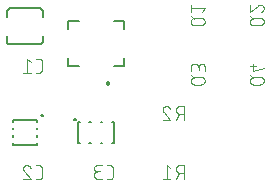
<source format=gbo>
G04 EAGLE Gerber RS-274X export*
G75*
%MOMM*%
%FSLAX34Y34*%
%LPD*%
%INBottom Silkscreen*%
%IPPOS*%
%AMOC8*
5,1,8,0,0,1.08239X$1,22.5*%
G01*
%ADD10C,0.101600*%
%ADD11C,0.127000*%
%ADD12C,0.150000*%
%ADD13C,0.200000*%


D10*
X209299Y40508D02*
X211896Y40508D01*
X211995Y40510D01*
X212095Y40516D01*
X212194Y40525D01*
X212292Y40538D01*
X212390Y40555D01*
X212488Y40576D01*
X212584Y40601D01*
X212679Y40629D01*
X212773Y40661D01*
X212866Y40696D01*
X212958Y40735D01*
X213048Y40778D01*
X213136Y40823D01*
X213223Y40873D01*
X213307Y40925D01*
X213390Y40981D01*
X213470Y41039D01*
X213548Y41101D01*
X213623Y41166D01*
X213696Y41234D01*
X213766Y41304D01*
X213834Y41377D01*
X213899Y41452D01*
X213961Y41530D01*
X214019Y41610D01*
X214075Y41693D01*
X214127Y41777D01*
X214177Y41864D01*
X214222Y41952D01*
X214265Y42042D01*
X214304Y42134D01*
X214339Y42227D01*
X214371Y42321D01*
X214399Y42416D01*
X214424Y42512D01*
X214445Y42610D01*
X214462Y42708D01*
X214475Y42806D01*
X214484Y42905D01*
X214490Y43005D01*
X214492Y43104D01*
X214492Y49596D01*
X214490Y49695D01*
X214484Y49795D01*
X214475Y49894D01*
X214462Y49992D01*
X214445Y50090D01*
X214424Y50188D01*
X214399Y50284D01*
X214371Y50379D01*
X214339Y50473D01*
X214304Y50566D01*
X214265Y50658D01*
X214222Y50748D01*
X214177Y50836D01*
X214127Y50923D01*
X214075Y51007D01*
X214019Y51090D01*
X213961Y51170D01*
X213899Y51248D01*
X213834Y51323D01*
X213766Y51396D01*
X213696Y51466D01*
X213623Y51534D01*
X213548Y51599D01*
X213470Y51661D01*
X213390Y51719D01*
X213307Y51775D01*
X213223Y51827D01*
X213136Y51877D01*
X213048Y51922D01*
X212958Y51965D01*
X212866Y52004D01*
X212773Y52039D01*
X212679Y52071D01*
X212584Y52099D01*
X212488Y52124D01*
X212390Y52145D01*
X212292Y52162D01*
X212194Y52175D01*
X212095Y52184D01*
X211995Y52190D01*
X211896Y52192D01*
X209299Y52192D01*
X204934Y40508D02*
X201688Y40508D01*
X201575Y40510D01*
X201462Y40516D01*
X201349Y40526D01*
X201236Y40540D01*
X201124Y40557D01*
X201013Y40579D01*
X200903Y40604D01*
X200793Y40634D01*
X200685Y40667D01*
X200578Y40704D01*
X200472Y40744D01*
X200368Y40789D01*
X200265Y40837D01*
X200164Y40888D01*
X200065Y40943D01*
X199968Y41001D01*
X199873Y41063D01*
X199780Y41128D01*
X199690Y41196D01*
X199602Y41267D01*
X199516Y41342D01*
X199433Y41419D01*
X199353Y41499D01*
X199276Y41582D01*
X199201Y41668D01*
X199130Y41756D01*
X199062Y41846D01*
X198997Y41939D01*
X198935Y42034D01*
X198877Y42131D01*
X198822Y42230D01*
X198771Y42331D01*
X198723Y42434D01*
X198678Y42538D01*
X198638Y42644D01*
X198601Y42751D01*
X198568Y42859D01*
X198538Y42969D01*
X198513Y43079D01*
X198491Y43190D01*
X198474Y43302D01*
X198460Y43415D01*
X198450Y43528D01*
X198444Y43641D01*
X198442Y43754D01*
X198444Y43867D01*
X198450Y43980D01*
X198460Y44093D01*
X198474Y44206D01*
X198491Y44318D01*
X198513Y44429D01*
X198538Y44539D01*
X198568Y44649D01*
X198601Y44757D01*
X198638Y44864D01*
X198678Y44970D01*
X198723Y45074D01*
X198771Y45177D01*
X198822Y45278D01*
X198877Y45377D01*
X198935Y45474D01*
X198997Y45569D01*
X199062Y45662D01*
X199130Y45752D01*
X199201Y45840D01*
X199276Y45926D01*
X199353Y46009D01*
X199433Y46089D01*
X199516Y46166D01*
X199602Y46241D01*
X199690Y46312D01*
X199780Y46380D01*
X199873Y46445D01*
X199968Y46507D01*
X200065Y46565D01*
X200164Y46620D01*
X200265Y46671D01*
X200368Y46719D01*
X200472Y46764D01*
X200578Y46804D01*
X200685Y46841D01*
X200793Y46874D01*
X200903Y46904D01*
X201013Y46929D01*
X201124Y46951D01*
X201236Y46968D01*
X201349Y46982D01*
X201462Y46992D01*
X201575Y46998D01*
X201688Y47000D01*
X201039Y52192D02*
X204934Y52192D01*
X201039Y52192D02*
X200938Y52190D01*
X200838Y52184D01*
X200738Y52174D01*
X200638Y52161D01*
X200539Y52143D01*
X200440Y52122D01*
X200343Y52097D01*
X200246Y52068D01*
X200151Y52035D01*
X200057Y51999D01*
X199965Y51959D01*
X199874Y51916D01*
X199785Y51869D01*
X199698Y51819D01*
X199612Y51765D01*
X199529Y51708D01*
X199449Y51648D01*
X199370Y51585D01*
X199294Y51518D01*
X199221Y51449D01*
X199151Y51377D01*
X199083Y51303D01*
X199018Y51226D01*
X198957Y51146D01*
X198898Y51064D01*
X198843Y50980D01*
X198791Y50894D01*
X198742Y50806D01*
X198697Y50716D01*
X198655Y50624D01*
X198617Y50531D01*
X198583Y50436D01*
X198552Y50341D01*
X198525Y50244D01*
X198502Y50146D01*
X198482Y50047D01*
X198467Y49947D01*
X198455Y49847D01*
X198447Y49747D01*
X198443Y49646D01*
X198443Y49546D01*
X198447Y49445D01*
X198455Y49345D01*
X198467Y49245D01*
X198482Y49145D01*
X198502Y49046D01*
X198525Y48948D01*
X198552Y48851D01*
X198583Y48756D01*
X198617Y48661D01*
X198655Y48568D01*
X198697Y48476D01*
X198742Y48386D01*
X198791Y48298D01*
X198843Y48212D01*
X198898Y48128D01*
X198957Y48046D01*
X199018Y47966D01*
X199083Y47889D01*
X199151Y47815D01*
X199221Y47743D01*
X199294Y47674D01*
X199370Y47607D01*
X199449Y47544D01*
X199529Y47484D01*
X199612Y47427D01*
X199698Y47373D01*
X199785Y47323D01*
X199874Y47276D01*
X199965Y47233D01*
X200057Y47193D01*
X200151Y47157D01*
X200246Y47124D01*
X200343Y47095D01*
X200440Y47070D01*
X200539Y47049D01*
X200638Y47031D01*
X200738Y47018D01*
X200838Y47008D01*
X200938Y47002D01*
X201039Y47000D01*
X201039Y46999D02*
X203636Y46999D01*
X283754Y170508D02*
X288946Y170508D01*
X289059Y170510D01*
X289172Y170516D01*
X289285Y170526D01*
X289398Y170540D01*
X289510Y170557D01*
X289621Y170579D01*
X289731Y170604D01*
X289841Y170634D01*
X289949Y170667D01*
X290056Y170704D01*
X290162Y170744D01*
X290266Y170789D01*
X290369Y170837D01*
X290470Y170888D01*
X290569Y170943D01*
X290666Y171001D01*
X290761Y171063D01*
X290854Y171128D01*
X290944Y171196D01*
X291032Y171267D01*
X291118Y171342D01*
X291201Y171419D01*
X291281Y171499D01*
X291358Y171582D01*
X291433Y171668D01*
X291504Y171756D01*
X291572Y171846D01*
X291637Y171939D01*
X291699Y172034D01*
X291757Y172131D01*
X291812Y172230D01*
X291863Y172331D01*
X291911Y172434D01*
X291956Y172538D01*
X291996Y172644D01*
X292033Y172751D01*
X292066Y172859D01*
X292096Y172969D01*
X292121Y173079D01*
X292143Y173190D01*
X292160Y173302D01*
X292174Y173415D01*
X292184Y173528D01*
X292190Y173641D01*
X292192Y173754D01*
X292190Y173867D01*
X292184Y173980D01*
X292174Y174093D01*
X292160Y174206D01*
X292143Y174318D01*
X292121Y174429D01*
X292096Y174539D01*
X292066Y174649D01*
X292033Y174757D01*
X291996Y174864D01*
X291956Y174970D01*
X291911Y175074D01*
X291863Y175177D01*
X291812Y175278D01*
X291757Y175377D01*
X291699Y175474D01*
X291637Y175569D01*
X291572Y175662D01*
X291504Y175752D01*
X291433Y175840D01*
X291358Y175926D01*
X291281Y176009D01*
X291201Y176089D01*
X291118Y176166D01*
X291032Y176241D01*
X290944Y176312D01*
X290854Y176380D01*
X290761Y176445D01*
X290666Y176507D01*
X290569Y176565D01*
X290470Y176620D01*
X290369Y176671D01*
X290266Y176719D01*
X290162Y176764D01*
X290056Y176804D01*
X289949Y176841D01*
X289841Y176874D01*
X289731Y176904D01*
X289621Y176929D01*
X289510Y176951D01*
X289398Y176968D01*
X289285Y176982D01*
X289172Y176992D01*
X289059Y176998D01*
X288946Y177000D01*
X288946Y176999D02*
X283754Y176999D01*
X283754Y177000D02*
X283641Y176998D01*
X283528Y176992D01*
X283415Y176982D01*
X283302Y176968D01*
X283190Y176951D01*
X283079Y176929D01*
X282969Y176904D01*
X282859Y176874D01*
X282751Y176841D01*
X282644Y176804D01*
X282538Y176764D01*
X282434Y176719D01*
X282331Y176671D01*
X282230Y176620D01*
X282131Y176565D01*
X282034Y176507D01*
X281939Y176445D01*
X281846Y176380D01*
X281756Y176312D01*
X281668Y176241D01*
X281582Y176166D01*
X281499Y176089D01*
X281419Y176009D01*
X281342Y175926D01*
X281267Y175840D01*
X281196Y175752D01*
X281128Y175662D01*
X281063Y175569D01*
X281001Y175474D01*
X280943Y175377D01*
X280888Y175278D01*
X280837Y175177D01*
X280789Y175074D01*
X280744Y174970D01*
X280704Y174864D01*
X280667Y174757D01*
X280634Y174649D01*
X280604Y174539D01*
X280579Y174429D01*
X280557Y174318D01*
X280540Y174206D01*
X280526Y174093D01*
X280516Y173980D01*
X280510Y173867D01*
X280508Y173754D01*
X280510Y173641D01*
X280516Y173528D01*
X280526Y173415D01*
X280540Y173302D01*
X280557Y173190D01*
X280579Y173079D01*
X280604Y172969D01*
X280634Y172859D01*
X280667Y172751D01*
X280704Y172644D01*
X280744Y172538D01*
X280789Y172434D01*
X280837Y172331D01*
X280888Y172230D01*
X280943Y172131D01*
X281001Y172034D01*
X281063Y171939D01*
X281128Y171846D01*
X281196Y171756D01*
X281267Y171668D01*
X281342Y171582D01*
X281419Y171499D01*
X281499Y171419D01*
X281582Y171342D01*
X281668Y171267D01*
X281756Y171196D01*
X281846Y171128D01*
X281939Y171063D01*
X282034Y171001D01*
X282131Y170943D01*
X282230Y170888D01*
X282331Y170837D01*
X282434Y170789D01*
X282538Y170744D01*
X282644Y170704D01*
X282751Y170667D01*
X282859Y170634D01*
X282969Y170604D01*
X283079Y170579D01*
X283190Y170557D01*
X283302Y170540D01*
X283415Y170526D01*
X283528Y170516D01*
X283641Y170510D01*
X283754Y170508D01*
X283104Y175701D02*
X280508Y178297D01*
X289596Y181652D02*
X292192Y184897D01*
X280508Y184897D01*
X280508Y181652D02*
X280508Y188143D01*
X333754Y170508D02*
X338946Y170508D01*
X339059Y170510D01*
X339172Y170516D01*
X339285Y170526D01*
X339398Y170540D01*
X339510Y170557D01*
X339621Y170579D01*
X339731Y170604D01*
X339841Y170634D01*
X339949Y170667D01*
X340056Y170704D01*
X340162Y170744D01*
X340266Y170789D01*
X340369Y170837D01*
X340470Y170888D01*
X340569Y170943D01*
X340666Y171001D01*
X340761Y171063D01*
X340854Y171128D01*
X340944Y171196D01*
X341032Y171267D01*
X341118Y171342D01*
X341201Y171419D01*
X341281Y171499D01*
X341358Y171582D01*
X341433Y171668D01*
X341504Y171756D01*
X341572Y171846D01*
X341637Y171939D01*
X341699Y172034D01*
X341757Y172131D01*
X341812Y172230D01*
X341863Y172331D01*
X341911Y172434D01*
X341956Y172538D01*
X341996Y172644D01*
X342033Y172751D01*
X342066Y172859D01*
X342096Y172969D01*
X342121Y173079D01*
X342143Y173190D01*
X342160Y173302D01*
X342174Y173415D01*
X342184Y173528D01*
X342190Y173641D01*
X342192Y173754D01*
X342190Y173867D01*
X342184Y173980D01*
X342174Y174093D01*
X342160Y174206D01*
X342143Y174318D01*
X342121Y174429D01*
X342096Y174539D01*
X342066Y174649D01*
X342033Y174757D01*
X341996Y174864D01*
X341956Y174970D01*
X341911Y175074D01*
X341863Y175177D01*
X341812Y175278D01*
X341757Y175377D01*
X341699Y175474D01*
X341637Y175569D01*
X341572Y175662D01*
X341504Y175752D01*
X341433Y175840D01*
X341358Y175926D01*
X341281Y176009D01*
X341201Y176089D01*
X341118Y176166D01*
X341032Y176241D01*
X340944Y176312D01*
X340854Y176380D01*
X340761Y176445D01*
X340666Y176507D01*
X340569Y176565D01*
X340470Y176620D01*
X340369Y176671D01*
X340266Y176719D01*
X340162Y176764D01*
X340056Y176804D01*
X339949Y176841D01*
X339841Y176874D01*
X339731Y176904D01*
X339621Y176929D01*
X339510Y176951D01*
X339398Y176968D01*
X339285Y176982D01*
X339172Y176992D01*
X339059Y176998D01*
X338946Y177000D01*
X338946Y176999D02*
X333754Y176999D01*
X333754Y177000D02*
X333641Y176998D01*
X333528Y176992D01*
X333415Y176982D01*
X333302Y176968D01*
X333190Y176951D01*
X333079Y176929D01*
X332969Y176904D01*
X332859Y176874D01*
X332751Y176841D01*
X332644Y176804D01*
X332538Y176764D01*
X332434Y176719D01*
X332331Y176671D01*
X332230Y176620D01*
X332131Y176565D01*
X332034Y176507D01*
X331939Y176445D01*
X331846Y176380D01*
X331756Y176312D01*
X331668Y176241D01*
X331582Y176166D01*
X331499Y176089D01*
X331419Y176009D01*
X331342Y175926D01*
X331267Y175840D01*
X331196Y175752D01*
X331128Y175662D01*
X331063Y175569D01*
X331001Y175474D01*
X330943Y175377D01*
X330888Y175278D01*
X330837Y175177D01*
X330789Y175074D01*
X330744Y174970D01*
X330704Y174864D01*
X330667Y174757D01*
X330634Y174649D01*
X330604Y174539D01*
X330579Y174429D01*
X330557Y174318D01*
X330540Y174206D01*
X330526Y174093D01*
X330516Y173980D01*
X330510Y173867D01*
X330508Y173754D01*
X330510Y173641D01*
X330516Y173528D01*
X330526Y173415D01*
X330540Y173302D01*
X330557Y173190D01*
X330579Y173079D01*
X330604Y172969D01*
X330634Y172859D01*
X330667Y172751D01*
X330704Y172644D01*
X330744Y172538D01*
X330789Y172434D01*
X330837Y172331D01*
X330888Y172230D01*
X330943Y172131D01*
X331001Y172034D01*
X331063Y171939D01*
X331128Y171846D01*
X331196Y171756D01*
X331267Y171668D01*
X331342Y171582D01*
X331419Y171499D01*
X331499Y171419D01*
X331582Y171342D01*
X331668Y171267D01*
X331756Y171196D01*
X331846Y171128D01*
X331939Y171063D01*
X332034Y171001D01*
X332131Y170943D01*
X332230Y170888D01*
X332331Y170837D01*
X332434Y170789D01*
X332538Y170744D01*
X332644Y170704D01*
X332751Y170667D01*
X332859Y170634D01*
X332969Y170604D01*
X333079Y170579D01*
X333190Y170557D01*
X333302Y170540D01*
X333415Y170526D01*
X333528Y170516D01*
X333641Y170510D01*
X333754Y170508D01*
X333104Y175701D02*
X330508Y178297D01*
X339271Y188143D02*
X339378Y188141D01*
X339484Y188135D01*
X339590Y188125D01*
X339696Y188112D01*
X339802Y188094D01*
X339906Y188073D01*
X340010Y188048D01*
X340113Y188019D01*
X340214Y187987D01*
X340314Y187950D01*
X340413Y187910D01*
X340511Y187867D01*
X340607Y187820D01*
X340701Y187769D01*
X340793Y187715D01*
X340883Y187658D01*
X340971Y187598D01*
X341056Y187534D01*
X341139Y187467D01*
X341220Y187397D01*
X341298Y187325D01*
X341374Y187249D01*
X341446Y187171D01*
X341516Y187090D01*
X341583Y187007D01*
X341647Y186922D01*
X341707Y186834D01*
X341764Y186744D01*
X341818Y186652D01*
X341869Y186558D01*
X341916Y186462D01*
X341959Y186364D01*
X341999Y186265D01*
X342036Y186165D01*
X342068Y186064D01*
X342097Y185961D01*
X342122Y185857D01*
X342143Y185753D01*
X342161Y185647D01*
X342174Y185541D01*
X342184Y185435D01*
X342190Y185329D01*
X342192Y185222D01*
X342190Y185101D01*
X342184Y184980D01*
X342174Y184860D01*
X342161Y184739D01*
X342143Y184620D01*
X342122Y184500D01*
X342097Y184382D01*
X342068Y184265D01*
X342035Y184148D01*
X341999Y184033D01*
X341958Y183919D01*
X341915Y183806D01*
X341867Y183694D01*
X341816Y183585D01*
X341761Y183477D01*
X341703Y183370D01*
X341642Y183266D01*
X341577Y183164D01*
X341509Y183064D01*
X341438Y182966D01*
X341364Y182870D01*
X341287Y182777D01*
X341206Y182687D01*
X341123Y182599D01*
X341037Y182514D01*
X340948Y182431D01*
X340857Y182352D01*
X340763Y182275D01*
X340667Y182202D01*
X340569Y182132D01*
X340468Y182065D01*
X340365Y182001D01*
X340260Y181941D01*
X340153Y181884D01*
X340045Y181830D01*
X339935Y181780D01*
X339823Y181734D01*
X339710Y181691D01*
X339595Y181652D01*
X336999Y187169D02*
X337076Y187248D01*
X337157Y187324D01*
X337240Y187397D01*
X337325Y187467D01*
X337413Y187534D01*
X337503Y187598D01*
X337595Y187658D01*
X337690Y187715D01*
X337786Y187769D01*
X337884Y187820D01*
X337984Y187867D01*
X338086Y187911D01*
X338189Y187951D01*
X338293Y187987D01*
X338399Y188019D01*
X338505Y188048D01*
X338613Y188073D01*
X338721Y188095D01*
X338831Y188112D01*
X338940Y188126D01*
X339050Y188135D01*
X339161Y188141D01*
X339271Y188143D01*
X336999Y187169D02*
X330508Y181652D01*
X330508Y188143D01*
X333754Y120508D02*
X338946Y120508D01*
X339059Y120510D01*
X339172Y120516D01*
X339285Y120526D01*
X339398Y120540D01*
X339510Y120557D01*
X339621Y120579D01*
X339731Y120604D01*
X339841Y120634D01*
X339949Y120667D01*
X340056Y120704D01*
X340162Y120744D01*
X340266Y120789D01*
X340369Y120837D01*
X340470Y120888D01*
X340569Y120943D01*
X340666Y121001D01*
X340761Y121063D01*
X340854Y121128D01*
X340944Y121196D01*
X341032Y121267D01*
X341118Y121342D01*
X341201Y121419D01*
X341281Y121499D01*
X341358Y121582D01*
X341433Y121668D01*
X341504Y121756D01*
X341572Y121846D01*
X341637Y121939D01*
X341699Y122034D01*
X341757Y122131D01*
X341812Y122230D01*
X341863Y122331D01*
X341911Y122434D01*
X341956Y122538D01*
X341996Y122644D01*
X342033Y122751D01*
X342066Y122859D01*
X342096Y122969D01*
X342121Y123079D01*
X342143Y123190D01*
X342160Y123302D01*
X342174Y123415D01*
X342184Y123528D01*
X342190Y123641D01*
X342192Y123754D01*
X342190Y123867D01*
X342184Y123980D01*
X342174Y124093D01*
X342160Y124206D01*
X342143Y124318D01*
X342121Y124429D01*
X342096Y124539D01*
X342066Y124649D01*
X342033Y124757D01*
X341996Y124864D01*
X341956Y124970D01*
X341911Y125074D01*
X341863Y125177D01*
X341812Y125278D01*
X341757Y125377D01*
X341699Y125474D01*
X341637Y125569D01*
X341572Y125662D01*
X341504Y125752D01*
X341433Y125840D01*
X341358Y125926D01*
X341281Y126009D01*
X341201Y126089D01*
X341118Y126166D01*
X341032Y126241D01*
X340944Y126312D01*
X340854Y126380D01*
X340761Y126445D01*
X340666Y126507D01*
X340569Y126565D01*
X340470Y126620D01*
X340369Y126671D01*
X340266Y126719D01*
X340162Y126764D01*
X340056Y126804D01*
X339949Y126841D01*
X339841Y126874D01*
X339731Y126904D01*
X339621Y126929D01*
X339510Y126951D01*
X339398Y126968D01*
X339285Y126982D01*
X339172Y126992D01*
X339059Y126998D01*
X338946Y127000D01*
X338946Y126999D02*
X333754Y126999D01*
X333754Y127000D02*
X333641Y126998D01*
X333528Y126992D01*
X333415Y126982D01*
X333302Y126968D01*
X333190Y126951D01*
X333079Y126929D01*
X332969Y126904D01*
X332859Y126874D01*
X332751Y126841D01*
X332644Y126804D01*
X332538Y126764D01*
X332434Y126719D01*
X332331Y126671D01*
X332230Y126620D01*
X332131Y126565D01*
X332034Y126507D01*
X331939Y126445D01*
X331846Y126380D01*
X331756Y126312D01*
X331668Y126241D01*
X331582Y126166D01*
X331499Y126089D01*
X331419Y126009D01*
X331342Y125926D01*
X331267Y125840D01*
X331196Y125752D01*
X331128Y125662D01*
X331063Y125569D01*
X331001Y125474D01*
X330943Y125377D01*
X330888Y125278D01*
X330837Y125177D01*
X330789Y125074D01*
X330744Y124970D01*
X330704Y124864D01*
X330667Y124757D01*
X330634Y124649D01*
X330604Y124539D01*
X330579Y124429D01*
X330557Y124318D01*
X330540Y124206D01*
X330526Y124093D01*
X330516Y123980D01*
X330510Y123867D01*
X330508Y123754D01*
X330510Y123641D01*
X330516Y123528D01*
X330526Y123415D01*
X330540Y123302D01*
X330557Y123190D01*
X330579Y123079D01*
X330604Y122969D01*
X330634Y122859D01*
X330667Y122751D01*
X330704Y122644D01*
X330744Y122538D01*
X330789Y122434D01*
X330837Y122331D01*
X330888Y122230D01*
X330943Y122131D01*
X331001Y122034D01*
X331063Y121939D01*
X331128Y121846D01*
X331196Y121756D01*
X331267Y121668D01*
X331342Y121582D01*
X331419Y121499D01*
X331499Y121419D01*
X331582Y121342D01*
X331668Y121267D01*
X331756Y121196D01*
X331846Y121128D01*
X331939Y121063D01*
X332034Y121001D01*
X332131Y120943D01*
X332230Y120888D01*
X332331Y120837D01*
X332434Y120789D01*
X332538Y120744D01*
X332644Y120704D01*
X332751Y120667D01*
X332859Y120634D01*
X332969Y120604D01*
X333079Y120579D01*
X333190Y120557D01*
X333302Y120540D01*
X333415Y120526D01*
X333528Y120516D01*
X333641Y120510D01*
X333754Y120508D01*
X333104Y125701D02*
X330508Y128297D01*
X333104Y131652D02*
X342192Y134248D01*
X333104Y131652D02*
X333104Y138143D01*
X335701Y136196D02*
X330508Y136196D01*
X288946Y120508D02*
X283754Y120508D01*
X288946Y120508D02*
X289059Y120510D01*
X289172Y120516D01*
X289285Y120526D01*
X289398Y120540D01*
X289510Y120557D01*
X289621Y120579D01*
X289731Y120604D01*
X289841Y120634D01*
X289949Y120667D01*
X290056Y120704D01*
X290162Y120744D01*
X290266Y120789D01*
X290369Y120837D01*
X290470Y120888D01*
X290569Y120943D01*
X290666Y121001D01*
X290761Y121063D01*
X290854Y121128D01*
X290944Y121196D01*
X291032Y121267D01*
X291118Y121342D01*
X291201Y121419D01*
X291281Y121499D01*
X291358Y121582D01*
X291433Y121668D01*
X291504Y121756D01*
X291572Y121846D01*
X291637Y121939D01*
X291699Y122034D01*
X291757Y122131D01*
X291812Y122230D01*
X291863Y122331D01*
X291911Y122434D01*
X291956Y122538D01*
X291996Y122644D01*
X292033Y122751D01*
X292066Y122859D01*
X292096Y122969D01*
X292121Y123079D01*
X292143Y123190D01*
X292160Y123302D01*
X292174Y123415D01*
X292184Y123528D01*
X292190Y123641D01*
X292192Y123754D01*
X292190Y123867D01*
X292184Y123980D01*
X292174Y124093D01*
X292160Y124206D01*
X292143Y124318D01*
X292121Y124429D01*
X292096Y124539D01*
X292066Y124649D01*
X292033Y124757D01*
X291996Y124864D01*
X291956Y124970D01*
X291911Y125074D01*
X291863Y125177D01*
X291812Y125278D01*
X291757Y125377D01*
X291699Y125474D01*
X291637Y125569D01*
X291572Y125662D01*
X291504Y125752D01*
X291433Y125840D01*
X291358Y125926D01*
X291281Y126009D01*
X291201Y126089D01*
X291118Y126166D01*
X291032Y126241D01*
X290944Y126312D01*
X290854Y126380D01*
X290761Y126445D01*
X290666Y126507D01*
X290569Y126565D01*
X290470Y126620D01*
X290369Y126671D01*
X290266Y126719D01*
X290162Y126764D01*
X290056Y126804D01*
X289949Y126841D01*
X289841Y126874D01*
X289731Y126904D01*
X289621Y126929D01*
X289510Y126951D01*
X289398Y126968D01*
X289285Y126982D01*
X289172Y126992D01*
X289059Y126998D01*
X288946Y127000D01*
X288946Y126999D02*
X283754Y126999D01*
X283754Y127000D02*
X283641Y126998D01*
X283528Y126992D01*
X283415Y126982D01*
X283302Y126968D01*
X283190Y126951D01*
X283079Y126929D01*
X282969Y126904D01*
X282859Y126874D01*
X282751Y126841D01*
X282644Y126804D01*
X282538Y126764D01*
X282434Y126719D01*
X282331Y126671D01*
X282230Y126620D01*
X282131Y126565D01*
X282034Y126507D01*
X281939Y126445D01*
X281846Y126380D01*
X281756Y126312D01*
X281668Y126241D01*
X281582Y126166D01*
X281499Y126089D01*
X281419Y126009D01*
X281342Y125926D01*
X281267Y125840D01*
X281196Y125752D01*
X281128Y125662D01*
X281063Y125569D01*
X281001Y125474D01*
X280943Y125377D01*
X280888Y125278D01*
X280837Y125177D01*
X280789Y125074D01*
X280744Y124970D01*
X280704Y124864D01*
X280667Y124757D01*
X280634Y124649D01*
X280604Y124539D01*
X280579Y124429D01*
X280557Y124318D01*
X280540Y124206D01*
X280526Y124093D01*
X280516Y123980D01*
X280510Y123867D01*
X280508Y123754D01*
X280510Y123641D01*
X280516Y123528D01*
X280526Y123415D01*
X280540Y123302D01*
X280557Y123190D01*
X280579Y123079D01*
X280604Y122969D01*
X280634Y122859D01*
X280667Y122751D01*
X280704Y122644D01*
X280744Y122538D01*
X280789Y122434D01*
X280837Y122331D01*
X280888Y122230D01*
X280943Y122131D01*
X281001Y122034D01*
X281063Y121939D01*
X281128Y121846D01*
X281196Y121756D01*
X281267Y121668D01*
X281342Y121582D01*
X281419Y121499D01*
X281499Y121419D01*
X281582Y121342D01*
X281668Y121267D01*
X281756Y121196D01*
X281846Y121128D01*
X281939Y121063D01*
X282034Y121001D01*
X282131Y120943D01*
X282230Y120888D01*
X282331Y120837D01*
X282434Y120789D01*
X282538Y120744D01*
X282644Y120704D01*
X282751Y120667D01*
X282859Y120634D01*
X282969Y120604D01*
X283079Y120579D01*
X283190Y120557D01*
X283302Y120540D01*
X283415Y120526D01*
X283528Y120516D01*
X283641Y120510D01*
X283754Y120508D01*
X283104Y125701D02*
X280508Y128297D01*
X280508Y131652D02*
X280508Y134897D01*
X280510Y135010D01*
X280516Y135123D01*
X280526Y135236D01*
X280540Y135349D01*
X280557Y135461D01*
X280579Y135572D01*
X280604Y135682D01*
X280634Y135792D01*
X280667Y135900D01*
X280704Y136007D01*
X280744Y136113D01*
X280789Y136217D01*
X280837Y136320D01*
X280888Y136421D01*
X280943Y136520D01*
X281001Y136617D01*
X281063Y136712D01*
X281128Y136805D01*
X281196Y136895D01*
X281267Y136983D01*
X281342Y137069D01*
X281419Y137152D01*
X281499Y137232D01*
X281582Y137309D01*
X281668Y137384D01*
X281756Y137455D01*
X281846Y137523D01*
X281939Y137588D01*
X282034Y137650D01*
X282131Y137708D01*
X282230Y137763D01*
X282331Y137814D01*
X282434Y137862D01*
X282538Y137907D01*
X282644Y137947D01*
X282751Y137984D01*
X282859Y138017D01*
X282969Y138047D01*
X283079Y138072D01*
X283190Y138094D01*
X283302Y138111D01*
X283415Y138125D01*
X283528Y138135D01*
X283641Y138141D01*
X283754Y138143D01*
X283867Y138141D01*
X283980Y138135D01*
X284093Y138125D01*
X284206Y138111D01*
X284318Y138094D01*
X284429Y138072D01*
X284539Y138047D01*
X284649Y138017D01*
X284757Y137984D01*
X284864Y137947D01*
X284970Y137907D01*
X285074Y137862D01*
X285177Y137814D01*
X285278Y137763D01*
X285377Y137708D01*
X285474Y137650D01*
X285569Y137588D01*
X285662Y137523D01*
X285752Y137455D01*
X285840Y137384D01*
X285926Y137309D01*
X286009Y137232D01*
X286089Y137152D01*
X286166Y137069D01*
X286241Y136983D01*
X286312Y136895D01*
X286380Y136805D01*
X286445Y136712D01*
X286507Y136617D01*
X286565Y136520D01*
X286620Y136421D01*
X286671Y136320D01*
X286719Y136217D01*
X286764Y136113D01*
X286804Y136007D01*
X286841Y135900D01*
X286874Y135792D01*
X286904Y135682D01*
X286929Y135572D01*
X286951Y135461D01*
X286968Y135349D01*
X286982Y135236D01*
X286992Y135123D01*
X286998Y135010D01*
X287000Y134897D01*
X292192Y135547D02*
X292192Y131652D01*
X292192Y135547D02*
X292190Y135648D01*
X292184Y135748D01*
X292174Y135848D01*
X292161Y135948D01*
X292143Y136047D01*
X292122Y136146D01*
X292097Y136243D01*
X292068Y136340D01*
X292035Y136435D01*
X291999Y136529D01*
X291959Y136621D01*
X291916Y136712D01*
X291869Y136801D01*
X291819Y136888D01*
X291765Y136974D01*
X291708Y137057D01*
X291648Y137137D01*
X291585Y137216D01*
X291518Y137292D01*
X291449Y137365D01*
X291377Y137435D01*
X291303Y137503D01*
X291226Y137568D01*
X291146Y137629D01*
X291064Y137688D01*
X290980Y137743D01*
X290894Y137795D01*
X290806Y137844D01*
X290716Y137889D01*
X290624Y137931D01*
X290531Y137969D01*
X290436Y138003D01*
X290341Y138034D01*
X290244Y138061D01*
X290146Y138084D01*
X290047Y138104D01*
X289947Y138119D01*
X289847Y138131D01*
X289747Y138139D01*
X289646Y138143D01*
X289546Y138143D01*
X289445Y138139D01*
X289345Y138131D01*
X289245Y138119D01*
X289145Y138104D01*
X289046Y138084D01*
X288948Y138061D01*
X288851Y138034D01*
X288756Y138003D01*
X288661Y137969D01*
X288568Y137931D01*
X288476Y137889D01*
X288386Y137844D01*
X288298Y137795D01*
X288212Y137743D01*
X288128Y137688D01*
X288046Y137629D01*
X287966Y137568D01*
X287889Y137503D01*
X287815Y137435D01*
X287743Y137365D01*
X287674Y137292D01*
X287607Y137216D01*
X287544Y137137D01*
X287484Y137057D01*
X287427Y136974D01*
X287373Y136888D01*
X287323Y136801D01*
X287276Y136712D01*
X287233Y136621D01*
X287193Y136529D01*
X287157Y136435D01*
X287124Y136340D01*
X287095Y136243D01*
X287070Y136146D01*
X287049Y136047D01*
X287031Y135948D01*
X287018Y135848D01*
X287008Y135748D01*
X287002Y135648D01*
X287000Y135547D01*
X286999Y135547D02*
X286999Y132950D01*
X274492Y52192D02*
X274492Y40508D01*
X274492Y52192D02*
X271246Y52192D01*
X271133Y52190D01*
X271020Y52184D01*
X270907Y52174D01*
X270794Y52160D01*
X270682Y52143D01*
X270571Y52121D01*
X270461Y52096D01*
X270351Y52066D01*
X270243Y52033D01*
X270136Y51996D01*
X270030Y51956D01*
X269926Y51911D01*
X269823Y51863D01*
X269722Y51812D01*
X269623Y51757D01*
X269526Y51699D01*
X269431Y51637D01*
X269338Y51572D01*
X269248Y51504D01*
X269160Y51433D01*
X269074Y51358D01*
X268991Y51281D01*
X268911Y51201D01*
X268834Y51118D01*
X268759Y51032D01*
X268688Y50944D01*
X268620Y50854D01*
X268555Y50761D01*
X268493Y50666D01*
X268435Y50569D01*
X268380Y50470D01*
X268329Y50369D01*
X268281Y50266D01*
X268236Y50162D01*
X268196Y50056D01*
X268159Y49949D01*
X268126Y49841D01*
X268096Y49731D01*
X268071Y49621D01*
X268049Y49510D01*
X268032Y49398D01*
X268018Y49285D01*
X268008Y49172D01*
X268002Y49059D01*
X268000Y48946D01*
X268002Y48833D01*
X268008Y48720D01*
X268018Y48607D01*
X268032Y48494D01*
X268049Y48382D01*
X268071Y48271D01*
X268096Y48161D01*
X268126Y48051D01*
X268159Y47943D01*
X268196Y47836D01*
X268236Y47730D01*
X268281Y47626D01*
X268329Y47523D01*
X268380Y47422D01*
X268435Y47323D01*
X268493Y47226D01*
X268555Y47131D01*
X268620Y47038D01*
X268688Y46948D01*
X268759Y46860D01*
X268834Y46774D01*
X268911Y46691D01*
X268991Y46611D01*
X269074Y46534D01*
X269160Y46459D01*
X269248Y46388D01*
X269338Y46320D01*
X269431Y46255D01*
X269526Y46193D01*
X269623Y46135D01*
X269722Y46080D01*
X269823Y46029D01*
X269926Y45981D01*
X270030Y45936D01*
X270136Y45896D01*
X270243Y45859D01*
X270351Y45826D01*
X270461Y45796D01*
X270571Y45771D01*
X270682Y45749D01*
X270794Y45732D01*
X270907Y45718D01*
X271020Y45708D01*
X271133Y45702D01*
X271246Y45700D01*
X271246Y45701D02*
X274492Y45701D01*
X270597Y45701D02*
X268001Y40508D01*
X263136Y49596D02*
X259890Y52192D01*
X259890Y40508D01*
X256645Y40508D02*
X263136Y40508D01*
X274492Y90508D02*
X274492Y102192D01*
X271246Y102192D01*
X271133Y102190D01*
X271020Y102184D01*
X270907Y102174D01*
X270794Y102160D01*
X270682Y102143D01*
X270571Y102121D01*
X270461Y102096D01*
X270351Y102066D01*
X270243Y102033D01*
X270136Y101996D01*
X270030Y101956D01*
X269926Y101911D01*
X269823Y101863D01*
X269722Y101812D01*
X269623Y101757D01*
X269526Y101699D01*
X269431Y101637D01*
X269338Y101572D01*
X269248Y101504D01*
X269160Y101433D01*
X269074Y101358D01*
X268991Y101281D01*
X268911Y101201D01*
X268834Y101118D01*
X268759Y101032D01*
X268688Y100944D01*
X268620Y100854D01*
X268555Y100761D01*
X268493Y100666D01*
X268435Y100569D01*
X268380Y100470D01*
X268329Y100369D01*
X268281Y100266D01*
X268236Y100162D01*
X268196Y100056D01*
X268159Y99949D01*
X268126Y99841D01*
X268096Y99731D01*
X268071Y99621D01*
X268049Y99510D01*
X268032Y99398D01*
X268018Y99285D01*
X268008Y99172D01*
X268002Y99059D01*
X268000Y98946D01*
X268002Y98833D01*
X268008Y98720D01*
X268018Y98607D01*
X268032Y98494D01*
X268049Y98382D01*
X268071Y98271D01*
X268096Y98161D01*
X268126Y98051D01*
X268159Y97943D01*
X268196Y97836D01*
X268236Y97730D01*
X268281Y97626D01*
X268329Y97523D01*
X268380Y97422D01*
X268435Y97323D01*
X268493Y97226D01*
X268555Y97131D01*
X268620Y97038D01*
X268688Y96948D01*
X268759Y96860D01*
X268834Y96774D01*
X268911Y96691D01*
X268991Y96611D01*
X269074Y96534D01*
X269160Y96459D01*
X269248Y96388D01*
X269338Y96320D01*
X269431Y96255D01*
X269526Y96193D01*
X269623Y96135D01*
X269722Y96080D01*
X269823Y96029D01*
X269926Y95981D01*
X270030Y95936D01*
X270136Y95896D01*
X270243Y95859D01*
X270351Y95826D01*
X270461Y95796D01*
X270571Y95771D01*
X270682Y95749D01*
X270794Y95732D01*
X270907Y95718D01*
X271020Y95708D01*
X271133Y95702D01*
X271246Y95700D01*
X271246Y95701D02*
X274492Y95701D01*
X270597Y95701D02*
X268001Y90508D01*
X256645Y99271D02*
X256647Y99378D01*
X256653Y99484D01*
X256663Y99590D01*
X256676Y99696D01*
X256694Y99802D01*
X256715Y99906D01*
X256740Y100010D01*
X256769Y100113D01*
X256801Y100214D01*
X256838Y100314D01*
X256878Y100413D01*
X256921Y100511D01*
X256968Y100607D01*
X257019Y100701D01*
X257073Y100793D01*
X257130Y100883D01*
X257190Y100971D01*
X257254Y101056D01*
X257321Y101139D01*
X257391Y101220D01*
X257463Y101298D01*
X257539Y101374D01*
X257617Y101446D01*
X257698Y101516D01*
X257781Y101583D01*
X257866Y101647D01*
X257954Y101707D01*
X258044Y101764D01*
X258136Y101818D01*
X258230Y101869D01*
X258326Y101916D01*
X258424Y101959D01*
X258523Y101999D01*
X258623Y102036D01*
X258724Y102068D01*
X258827Y102097D01*
X258931Y102122D01*
X259035Y102143D01*
X259141Y102161D01*
X259247Y102174D01*
X259353Y102184D01*
X259459Y102190D01*
X259566Y102192D01*
X259687Y102190D01*
X259808Y102184D01*
X259928Y102174D01*
X260049Y102161D01*
X260168Y102143D01*
X260288Y102122D01*
X260406Y102097D01*
X260523Y102068D01*
X260640Y102035D01*
X260755Y101999D01*
X260869Y101958D01*
X260982Y101915D01*
X261094Y101867D01*
X261203Y101816D01*
X261311Y101761D01*
X261418Y101703D01*
X261522Y101642D01*
X261624Y101577D01*
X261724Y101509D01*
X261822Y101438D01*
X261918Y101364D01*
X262011Y101287D01*
X262101Y101206D01*
X262189Y101123D01*
X262274Y101037D01*
X262357Y100948D01*
X262436Y100857D01*
X262513Y100763D01*
X262586Y100667D01*
X262656Y100569D01*
X262723Y100468D01*
X262787Y100365D01*
X262848Y100260D01*
X262905Y100153D01*
X262958Y100045D01*
X263008Y99935D01*
X263054Y99823D01*
X263097Y99710D01*
X263136Y99595D01*
X257619Y96999D02*
X257540Y97077D01*
X257464Y97157D01*
X257391Y97240D01*
X257321Y97326D01*
X257254Y97413D01*
X257190Y97504D01*
X257130Y97596D01*
X257072Y97690D01*
X257018Y97787D01*
X256968Y97885D01*
X256921Y97985D01*
X256877Y98086D01*
X256837Y98189D01*
X256801Y98294D01*
X256769Y98399D01*
X256740Y98506D01*
X256715Y98613D01*
X256693Y98722D01*
X256676Y98831D01*
X256662Y98940D01*
X256653Y99050D01*
X256647Y99161D01*
X256645Y99271D01*
X257618Y96999D02*
X263136Y90508D01*
X256645Y90508D01*
D11*
X186500Y88750D02*
X185000Y88750D01*
X185000Y71250D01*
X186500Y71250D01*
X194500Y88750D02*
X196000Y88750D01*
X204000Y88750D02*
X205500Y88750D01*
X205500Y71250D02*
X204000Y71250D01*
X196000Y71250D02*
X194500Y71250D01*
X213500Y88750D02*
X215000Y88750D01*
X215000Y71250D01*
X213500Y71250D01*
D12*
X181793Y91000D02*
X181795Y91053D01*
X181801Y91105D01*
X181811Y91157D01*
X181824Y91208D01*
X181842Y91258D01*
X181863Y91307D01*
X181888Y91354D01*
X181916Y91398D01*
X181947Y91441D01*
X181982Y91481D01*
X182019Y91518D01*
X182059Y91553D01*
X182102Y91584D01*
X182147Y91612D01*
X182193Y91637D01*
X182242Y91658D01*
X182292Y91676D01*
X182343Y91689D01*
X182395Y91699D01*
X182447Y91705D01*
X182500Y91707D01*
X182553Y91705D01*
X182605Y91699D01*
X182657Y91689D01*
X182708Y91676D01*
X182758Y91658D01*
X182807Y91637D01*
X182854Y91612D01*
X182898Y91584D01*
X182941Y91553D01*
X182981Y91518D01*
X183018Y91481D01*
X183053Y91441D01*
X183084Y91398D01*
X183112Y91353D01*
X183137Y91307D01*
X183158Y91258D01*
X183176Y91208D01*
X183189Y91157D01*
X183199Y91105D01*
X183205Y91053D01*
X183207Y91000D01*
X183205Y90947D01*
X183199Y90895D01*
X183189Y90843D01*
X183176Y90792D01*
X183158Y90742D01*
X183137Y90693D01*
X183112Y90646D01*
X183084Y90602D01*
X183053Y90559D01*
X183018Y90519D01*
X182981Y90482D01*
X182941Y90447D01*
X182898Y90416D01*
X182853Y90388D01*
X182807Y90363D01*
X182758Y90342D01*
X182708Y90324D01*
X182657Y90311D01*
X182605Y90301D01*
X182553Y90295D01*
X182500Y90293D01*
X182447Y90295D01*
X182395Y90301D01*
X182343Y90311D01*
X182292Y90324D01*
X182242Y90342D01*
X182193Y90363D01*
X182146Y90388D01*
X182102Y90416D01*
X182059Y90447D01*
X182019Y90482D01*
X181982Y90519D01*
X181947Y90559D01*
X181916Y90602D01*
X181888Y90647D01*
X181863Y90693D01*
X181842Y90742D01*
X181824Y90792D01*
X181811Y90843D01*
X181801Y90895D01*
X181795Y90947D01*
X181793Y91000D01*
D11*
X223820Y167200D02*
X223820Y174000D01*
X223820Y142800D02*
X223820Y136000D01*
X223820Y174000D02*
X215020Y174000D01*
X185620Y174000D02*
X176820Y174000D01*
X176820Y167200D01*
X176820Y142800D02*
X176820Y136000D01*
X215020Y136000D02*
X223820Y136000D01*
X185620Y136000D02*
X176820Y136000D01*
D13*
X209320Y121500D02*
X209322Y121563D01*
X209328Y121625D01*
X209338Y121687D01*
X209351Y121749D01*
X209369Y121809D01*
X209390Y121868D01*
X209415Y121926D01*
X209444Y121982D01*
X209476Y122036D01*
X209511Y122088D01*
X209549Y122137D01*
X209591Y122185D01*
X209635Y122229D01*
X209683Y122271D01*
X209732Y122309D01*
X209784Y122344D01*
X209838Y122376D01*
X209894Y122405D01*
X209952Y122430D01*
X210011Y122451D01*
X210071Y122469D01*
X210133Y122482D01*
X210195Y122492D01*
X210257Y122498D01*
X210320Y122500D01*
X210383Y122498D01*
X210445Y122492D01*
X210507Y122482D01*
X210569Y122469D01*
X210629Y122451D01*
X210688Y122430D01*
X210746Y122405D01*
X210802Y122376D01*
X210856Y122344D01*
X210908Y122309D01*
X210957Y122271D01*
X211005Y122229D01*
X211049Y122185D01*
X211091Y122137D01*
X211129Y122088D01*
X211164Y122036D01*
X211196Y121982D01*
X211225Y121926D01*
X211250Y121868D01*
X211271Y121809D01*
X211289Y121749D01*
X211302Y121687D01*
X211312Y121625D01*
X211318Y121563D01*
X211320Y121500D01*
X211318Y121437D01*
X211312Y121375D01*
X211302Y121313D01*
X211289Y121251D01*
X211271Y121191D01*
X211250Y121132D01*
X211225Y121074D01*
X211196Y121018D01*
X211164Y120964D01*
X211129Y120912D01*
X211091Y120863D01*
X211049Y120815D01*
X211005Y120771D01*
X210957Y120729D01*
X210908Y120691D01*
X210856Y120656D01*
X210802Y120624D01*
X210746Y120595D01*
X210688Y120570D01*
X210629Y120549D01*
X210569Y120531D01*
X210507Y120518D01*
X210445Y120508D01*
X210383Y120502D01*
X210320Y120500D01*
X210257Y120502D01*
X210195Y120508D01*
X210133Y120518D01*
X210071Y120531D01*
X210011Y120549D01*
X209952Y120570D01*
X209894Y120595D01*
X209838Y120624D01*
X209784Y120656D01*
X209732Y120691D01*
X209683Y120729D01*
X209635Y120771D01*
X209591Y120815D01*
X209549Y120863D01*
X209511Y120912D01*
X209476Y120964D01*
X209444Y121018D01*
X209415Y121074D01*
X209390Y121132D01*
X209369Y121191D01*
X209351Y121251D01*
X209338Y121313D01*
X209328Y121375D01*
X209322Y121437D01*
X209320Y121500D01*
D10*
X151896Y130508D02*
X149299Y130508D01*
X151896Y130508D02*
X151995Y130510D01*
X152095Y130516D01*
X152194Y130525D01*
X152292Y130538D01*
X152390Y130555D01*
X152488Y130576D01*
X152584Y130601D01*
X152679Y130629D01*
X152773Y130661D01*
X152866Y130696D01*
X152958Y130735D01*
X153048Y130778D01*
X153136Y130823D01*
X153223Y130873D01*
X153307Y130925D01*
X153390Y130981D01*
X153470Y131039D01*
X153548Y131101D01*
X153623Y131166D01*
X153696Y131234D01*
X153766Y131304D01*
X153834Y131377D01*
X153899Y131452D01*
X153961Y131530D01*
X154019Y131610D01*
X154075Y131693D01*
X154127Y131777D01*
X154177Y131864D01*
X154222Y131952D01*
X154265Y132042D01*
X154304Y132134D01*
X154339Y132227D01*
X154371Y132321D01*
X154399Y132416D01*
X154424Y132512D01*
X154445Y132610D01*
X154462Y132708D01*
X154475Y132806D01*
X154484Y132905D01*
X154490Y133005D01*
X154492Y133104D01*
X154492Y139596D01*
X154490Y139695D01*
X154484Y139795D01*
X154475Y139894D01*
X154462Y139992D01*
X154445Y140090D01*
X154424Y140188D01*
X154399Y140284D01*
X154371Y140379D01*
X154339Y140473D01*
X154304Y140566D01*
X154265Y140658D01*
X154222Y140748D01*
X154177Y140836D01*
X154127Y140923D01*
X154075Y141007D01*
X154019Y141090D01*
X153961Y141170D01*
X153899Y141248D01*
X153834Y141323D01*
X153766Y141396D01*
X153696Y141466D01*
X153623Y141534D01*
X153548Y141599D01*
X153470Y141661D01*
X153390Y141719D01*
X153307Y141775D01*
X153223Y141827D01*
X153136Y141877D01*
X153048Y141922D01*
X152958Y141965D01*
X152866Y142004D01*
X152773Y142039D01*
X152679Y142071D01*
X152584Y142099D01*
X152488Y142124D01*
X152390Y142145D01*
X152292Y142162D01*
X152194Y142175D01*
X152095Y142184D01*
X151995Y142190D01*
X151896Y142192D01*
X149299Y142192D01*
X144934Y139596D02*
X141688Y142192D01*
X141688Y130508D01*
X138443Y130508D02*
X144934Y130508D01*
X149299Y40508D02*
X151896Y40508D01*
X151995Y40510D01*
X152095Y40516D01*
X152194Y40525D01*
X152292Y40538D01*
X152390Y40555D01*
X152488Y40576D01*
X152584Y40601D01*
X152679Y40629D01*
X152773Y40661D01*
X152866Y40696D01*
X152958Y40735D01*
X153048Y40778D01*
X153136Y40823D01*
X153223Y40873D01*
X153307Y40925D01*
X153390Y40981D01*
X153470Y41039D01*
X153548Y41101D01*
X153623Y41166D01*
X153696Y41234D01*
X153766Y41304D01*
X153834Y41377D01*
X153899Y41452D01*
X153961Y41530D01*
X154019Y41610D01*
X154075Y41693D01*
X154127Y41777D01*
X154177Y41864D01*
X154222Y41952D01*
X154265Y42042D01*
X154304Y42134D01*
X154339Y42227D01*
X154371Y42321D01*
X154399Y42416D01*
X154424Y42512D01*
X154445Y42610D01*
X154462Y42708D01*
X154475Y42806D01*
X154484Y42905D01*
X154490Y43005D01*
X154492Y43104D01*
X154492Y49596D01*
X154490Y49695D01*
X154484Y49795D01*
X154475Y49894D01*
X154462Y49992D01*
X154445Y50090D01*
X154424Y50188D01*
X154399Y50284D01*
X154371Y50379D01*
X154339Y50473D01*
X154304Y50566D01*
X154265Y50658D01*
X154222Y50748D01*
X154177Y50836D01*
X154127Y50923D01*
X154075Y51007D01*
X154019Y51090D01*
X153961Y51170D01*
X153899Y51248D01*
X153834Y51323D01*
X153766Y51396D01*
X153696Y51466D01*
X153623Y51534D01*
X153548Y51599D01*
X153470Y51661D01*
X153390Y51719D01*
X153307Y51775D01*
X153223Y51827D01*
X153136Y51877D01*
X153048Y51922D01*
X152958Y51965D01*
X152866Y52004D01*
X152773Y52039D01*
X152679Y52071D01*
X152584Y52099D01*
X152488Y52124D01*
X152390Y52145D01*
X152292Y52162D01*
X152194Y52175D01*
X152095Y52184D01*
X151995Y52190D01*
X151896Y52192D01*
X149299Y52192D01*
X141364Y52192D02*
X141257Y52190D01*
X141151Y52184D01*
X141045Y52174D01*
X140939Y52161D01*
X140833Y52143D01*
X140729Y52122D01*
X140625Y52097D01*
X140522Y52068D01*
X140421Y52036D01*
X140321Y51999D01*
X140222Y51959D01*
X140124Y51916D01*
X140028Y51869D01*
X139934Y51818D01*
X139842Y51764D01*
X139752Y51707D01*
X139664Y51647D01*
X139579Y51583D01*
X139496Y51516D01*
X139415Y51446D01*
X139337Y51374D01*
X139261Y51298D01*
X139189Y51220D01*
X139119Y51139D01*
X139052Y51056D01*
X138988Y50971D01*
X138928Y50883D01*
X138871Y50793D01*
X138817Y50701D01*
X138766Y50607D01*
X138719Y50511D01*
X138676Y50413D01*
X138636Y50314D01*
X138599Y50214D01*
X138567Y50113D01*
X138538Y50010D01*
X138513Y49906D01*
X138492Y49802D01*
X138474Y49696D01*
X138461Y49590D01*
X138451Y49484D01*
X138445Y49378D01*
X138443Y49271D01*
X141364Y52192D02*
X141485Y52190D01*
X141606Y52184D01*
X141726Y52174D01*
X141847Y52161D01*
X141966Y52143D01*
X142086Y52122D01*
X142204Y52097D01*
X142321Y52068D01*
X142438Y52035D01*
X142553Y51999D01*
X142667Y51958D01*
X142780Y51915D01*
X142892Y51867D01*
X143001Y51816D01*
X143109Y51761D01*
X143216Y51703D01*
X143320Y51642D01*
X143422Y51577D01*
X143522Y51509D01*
X143620Y51438D01*
X143716Y51364D01*
X143809Y51287D01*
X143899Y51206D01*
X143987Y51123D01*
X144072Y51037D01*
X144155Y50948D01*
X144234Y50857D01*
X144311Y50763D01*
X144384Y50667D01*
X144454Y50569D01*
X144521Y50468D01*
X144585Y50365D01*
X144646Y50260D01*
X144703Y50153D01*
X144756Y50045D01*
X144806Y49935D01*
X144852Y49823D01*
X144895Y49710D01*
X144934Y49595D01*
X139417Y46999D02*
X139338Y47077D01*
X139262Y47157D01*
X139189Y47240D01*
X139119Y47326D01*
X139052Y47413D01*
X138988Y47504D01*
X138928Y47596D01*
X138870Y47690D01*
X138816Y47787D01*
X138766Y47885D01*
X138719Y47985D01*
X138675Y48086D01*
X138635Y48189D01*
X138599Y48294D01*
X138567Y48399D01*
X138538Y48506D01*
X138513Y48613D01*
X138491Y48722D01*
X138474Y48831D01*
X138460Y48940D01*
X138451Y49050D01*
X138445Y49161D01*
X138443Y49271D01*
X139416Y46999D02*
X144934Y40508D01*
X138443Y40508D01*
D11*
X155000Y178000D02*
X155000Y183000D01*
X154998Y183087D01*
X154992Y183174D01*
X154983Y183261D01*
X154970Y183347D01*
X154953Y183433D01*
X154932Y183518D01*
X154907Y183601D01*
X154879Y183684D01*
X154848Y183765D01*
X154813Y183845D01*
X154774Y183923D01*
X154732Y184000D01*
X154687Y184075D01*
X154638Y184147D01*
X154587Y184218D01*
X154532Y184286D01*
X154475Y184351D01*
X154414Y184414D01*
X154351Y184475D01*
X154286Y184532D01*
X154218Y184587D01*
X154147Y184638D01*
X154075Y184687D01*
X154000Y184732D01*
X153923Y184774D01*
X153845Y184813D01*
X153765Y184848D01*
X153684Y184879D01*
X153601Y184907D01*
X153518Y184932D01*
X153433Y184953D01*
X153347Y184970D01*
X153261Y184983D01*
X153174Y184992D01*
X153087Y184998D01*
X153000Y185000D01*
X127000Y185000D01*
X126913Y184998D01*
X126826Y184992D01*
X126739Y184983D01*
X126653Y184970D01*
X126567Y184953D01*
X126482Y184932D01*
X126399Y184907D01*
X126316Y184879D01*
X126235Y184848D01*
X126155Y184813D01*
X126077Y184774D01*
X126000Y184732D01*
X125925Y184687D01*
X125853Y184638D01*
X125782Y184587D01*
X125714Y184532D01*
X125649Y184475D01*
X125586Y184414D01*
X125525Y184351D01*
X125468Y184286D01*
X125413Y184218D01*
X125362Y184147D01*
X125313Y184075D01*
X125268Y184000D01*
X125226Y183923D01*
X125187Y183845D01*
X125152Y183765D01*
X125121Y183684D01*
X125093Y183601D01*
X125068Y183518D01*
X125047Y183433D01*
X125030Y183347D01*
X125017Y183261D01*
X125008Y183174D01*
X125002Y183087D01*
X125000Y183000D01*
X125000Y178000D01*
X155000Y162000D02*
X155000Y157000D01*
X154998Y156913D01*
X154992Y156826D01*
X154983Y156739D01*
X154970Y156653D01*
X154953Y156567D01*
X154932Y156482D01*
X154907Y156399D01*
X154879Y156316D01*
X154848Y156235D01*
X154813Y156155D01*
X154774Y156077D01*
X154732Y156000D01*
X154687Y155925D01*
X154638Y155853D01*
X154587Y155782D01*
X154532Y155714D01*
X154475Y155649D01*
X154414Y155586D01*
X154351Y155525D01*
X154286Y155468D01*
X154218Y155413D01*
X154147Y155362D01*
X154075Y155313D01*
X154000Y155268D01*
X153923Y155226D01*
X153845Y155187D01*
X153765Y155152D01*
X153684Y155121D01*
X153601Y155093D01*
X153518Y155068D01*
X153433Y155047D01*
X153347Y155030D01*
X153261Y155017D01*
X153174Y155008D01*
X153087Y155002D01*
X153000Y155000D01*
X127000Y155000D01*
X126913Y155002D01*
X126826Y155008D01*
X126739Y155017D01*
X126653Y155030D01*
X126567Y155047D01*
X126482Y155068D01*
X126399Y155093D01*
X126316Y155121D01*
X126235Y155152D01*
X126155Y155187D01*
X126077Y155226D01*
X126000Y155268D01*
X125925Y155313D01*
X125853Y155362D01*
X125782Y155413D01*
X125714Y155468D01*
X125649Y155525D01*
X125586Y155586D01*
X125525Y155649D01*
X125468Y155714D01*
X125413Y155782D01*
X125362Y155853D01*
X125313Y155925D01*
X125268Y156000D01*
X125226Y156077D01*
X125187Y156155D01*
X125152Y156235D01*
X125121Y156316D01*
X125093Y156399D01*
X125068Y156482D01*
X125047Y156567D01*
X125030Y156653D01*
X125017Y156739D01*
X125008Y156826D01*
X125002Y156913D01*
X125000Y157000D01*
X125000Y162000D01*
X150500Y90500D02*
X150500Y89000D01*
X150500Y90500D02*
X129500Y90500D01*
X129500Y89000D01*
X150500Y84000D02*
X150500Y82500D01*
X150500Y77500D02*
X150500Y76000D01*
X150500Y71000D02*
X150500Y69500D01*
X129500Y69500D01*
X129500Y71000D01*
X129500Y76000D02*
X129500Y77500D01*
X129500Y82500D02*
X129500Y84000D01*
D13*
X154000Y94500D02*
X154002Y94544D01*
X154008Y94588D01*
X154018Y94631D01*
X154031Y94673D01*
X154048Y94714D01*
X154069Y94753D01*
X154093Y94790D01*
X154120Y94825D01*
X154150Y94857D01*
X154183Y94887D01*
X154219Y94913D01*
X154256Y94937D01*
X154296Y94956D01*
X154337Y94973D01*
X154380Y94985D01*
X154423Y94994D01*
X154467Y94999D01*
X154511Y95000D01*
X154555Y94997D01*
X154599Y94990D01*
X154642Y94979D01*
X154684Y94965D01*
X154724Y94947D01*
X154763Y94925D01*
X154799Y94901D01*
X154833Y94873D01*
X154865Y94842D01*
X154894Y94808D01*
X154920Y94772D01*
X154942Y94734D01*
X154961Y94694D01*
X154976Y94652D01*
X154988Y94610D01*
X154996Y94566D01*
X155000Y94522D01*
X155000Y94478D01*
X154996Y94434D01*
X154988Y94390D01*
X154976Y94348D01*
X154961Y94306D01*
X154942Y94266D01*
X154920Y94228D01*
X154894Y94192D01*
X154865Y94158D01*
X154833Y94127D01*
X154799Y94099D01*
X154763Y94075D01*
X154724Y94053D01*
X154684Y94035D01*
X154642Y94021D01*
X154599Y94010D01*
X154555Y94003D01*
X154511Y94000D01*
X154467Y94001D01*
X154423Y94006D01*
X154380Y94015D01*
X154337Y94027D01*
X154296Y94044D01*
X154256Y94063D01*
X154219Y94087D01*
X154183Y94113D01*
X154150Y94143D01*
X154120Y94175D01*
X154093Y94210D01*
X154069Y94247D01*
X154048Y94286D01*
X154031Y94327D01*
X154018Y94369D01*
X154008Y94412D01*
X154002Y94456D01*
X154000Y94500D01*
M02*

</source>
